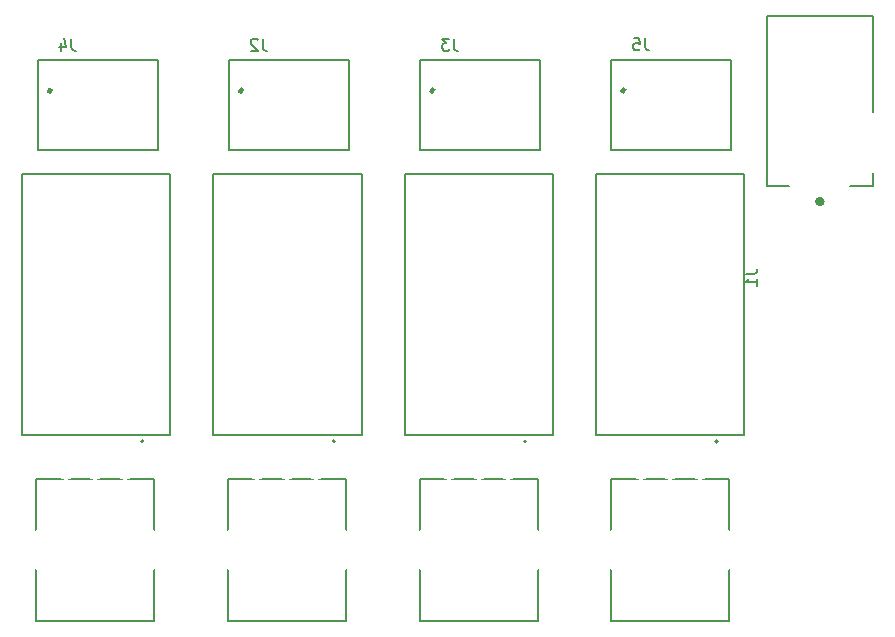
<source format=gbr>
%TF.GenerationSoftware,KiCad,Pcbnew,(5.1.4)-1*%
%TF.CreationDate,2022-10-13T23:08:16+01:00*%
%TF.ProjectId,LED_Quad,4c45445f-5175-4616-942e-6b696361645f,rev?*%
%TF.SameCoordinates,Original*%
%TF.FileFunction,Legend,Bot*%
%TF.FilePolarity,Positive*%
%FSLAX46Y46*%
G04 Gerber Fmt 4.6, Leading zero omitted, Abs format (unit mm)*
G04 Created by KiCad (PCBNEW (5.1.4)-1) date 2022-10-13 23:08:16*
%MOMM*%
%LPD*%
G04 APERTURE LIST*
%ADD10C,0.127000*%
%ADD11C,0.400000*%
%ADD12C,0.200000*%
%ADD13C,0.150000*%
%ADD14C,3.500000*%
%ADD15C,2.000000*%
%ADD16R,3.500000X3.500000*%
%ADD17O,3.000000X5.000000*%
%ADD18O,5.000000X3.000000*%
%ADD19C,2.500000*%
%ADD20R,2.000000X2.000000*%
G04 APERTURE END LIST*
D10*
X71835000Y-71064400D02*
X71835000Y-59064400D01*
X81835000Y-71064400D02*
X71835000Y-71064400D01*
X81835000Y-59064400D02*
X81835000Y-71064400D01*
X71835000Y-59064400D02*
X81835000Y-59064400D01*
D11*
X121687760Y-26165960D02*
G75*
G03X121687760Y-26165960I-100000J0D01*
G01*
D12*
X120507760Y-23555960D02*
X120507760Y-31175960D01*
X130667760Y-23555960D02*
X120507760Y-23555960D01*
X130667760Y-31175960D02*
X130667760Y-23555960D01*
X120507760Y-31175960D02*
X130667760Y-31175960D01*
D11*
X105501186Y-26191360D02*
G75*
G03X105501186Y-26191360I-100000J0D01*
G01*
D12*
X104321186Y-23581360D02*
X104321186Y-31201360D01*
X114481186Y-23581360D02*
X104321186Y-23581360D01*
X114481186Y-31201360D02*
X114481186Y-23581360D01*
X104321186Y-31201360D02*
X114481186Y-31201360D01*
D11*
X89314613Y-26191360D02*
G75*
G03X89314613Y-26191360I-100000J0D01*
G01*
D12*
X88134613Y-23581360D02*
X88134613Y-31201360D01*
X98294613Y-23581360D02*
X88134613Y-23581360D01*
X98294613Y-31201360D02*
X98294613Y-23581360D01*
X88134613Y-31201360D02*
X98294613Y-31201360D01*
D11*
X73128040Y-26191360D02*
G75*
G03X73128040Y-26191360I-100000J0D01*
G01*
D12*
X71948040Y-23581360D02*
X71948040Y-31201360D01*
X82108040Y-23581360D02*
X71948040Y-23581360D01*
X82108040Y-31201360D02*
X82108040Y-23581360D01*
X71948040Y-31201360D02*
X82108040Y-31201360D01*
D11*
X138391240Y-35538160D02*
G75*
G03X138391240Y-35538160I-200000J0D01*
G01*
D10*
X140741240Y-34238160D02*
X142691240Y-34238160D01*
X142691240Y-27988160D02*
X142691240Y-19838160D01*
X133691240Y-34238160D02*
X135541240Y-34238160D01*
X142691240Y-34238160D02*
X142691240Y-33088160D01*
X133691240Y-19838160D02*
X133691240Y-34238160D01*
X142691240Y-19838160D02*
X133691240Y-19838160D01*
D12*
X129531880Y-55851880D02*
G75*
G03X129531880Y-55851880I-100000J0D01*
G01*
D10*
X119256880Y-55301880D02*
X131806880Y-55301880D01*
X119256880Y-33201880D02*
X119256880Y-55301880D01*
X131806880Y-33201880D02*
X119256880Y-33201880D01*
X131806880Y-55301880D02*
X131806880Y-33201880D01*
D12*
X113326680Y-55851880D02*
G75*
G03X113326680Y-55851880I-100000J0D01*
G01*
D10*
X103051680Y-55301880D02*
X115601680Y-55301880D01*
X103051680Y-33201880D02*
X103051680Y-55301880D01*
X115601680Y-33201880D02*
X103051680Y-33201880D01*
X115601680Y-55301880D02*
X115601680Y-33201880D01*
D12*
X97121480Y-55851880D02*
G75*
G03X97121480Y-55851880I-100000J0D01*
G01*
D10*
X86846480Y-55301880D02*
X99396480Y-55301880D01*
X86846480Y-33201880D02*
X86846480Y-55301880D01*
X99396480Y-33201880D02*
X86846480Y-33201880D01*
X99396480Y-55301880D02*
X99396480Y-33201880D01*
D12*
X80916280Y-55851880D02*
G75*
G03X80916280Y-55851880I-100000J0D01*
G01*
D10*
X70641280Y-55301880D02*
X83191280Y-55301880D01*
X70641280Y-33201880D02*
X70641280Y-55301880D01*
X83191280Y-33201880D02*
X70641280Y-33201880D01*
X83191280Y-55301880D02*
X83191280Y-33201880D01*
X104299586Y-71064400D02*
X104299586Y-59064400D01*
X114299586Y-71064400D02*
X104299586Y-71064400D01*
X114299586Y-59064400D02*
X114299586Y-71064400D01*
X104299586Y-59064400D02*
X114299586Y-59064400D01*
X88067293Y-71064400D02*
X88067293Y-59064400D01*
X98067293Y-71064400D02*
X88067293Y-71064400D01*
X98067293Y-59064400D02*
X98067293Y-71064400D01*
X88067293Y-59064400D02*
X98067293Y-59064400D01*
X120531880Y-71064400D02*
X120531880Y-59064400D01*
X130531880Y-71064400D02*
X120531880Y-71064400D01*
X130531880Y-59064400D02*
X130531880Y-71064400D01*
X120531880Y-59064400D02*
X130531880Y-59064400D01*
D13*
X123381093Y-21738340D02*
X123381093Y-22452626D01*
X123428712Y-22595483D01*
X123523950Y-22690721D01*
X123666807Y-22738340D01*
X123762045Y-22738340D01*
X122428712Y-21738340D02*
X122904902Y-21738340D01*
X122952521Y-22214531D01*
X122904902Y-22166912D01*
X122809664Y-22119293D01*
X122571569Y-22119293D01*
X122476331Y-22166912D01*
X122428712Y-22214531D01*
X122381093Y-22309769D01*
X122381093Y-22547864D01*
X122428712Y-22643102D01*
X122476331Y-22690721D01*
X122571569Y-22738340D01*
X122809664Y-22738340D01*
X122904902Y-22690721D01*
X122952521Y-22643102D01*
X107194519Y-21763740D02*
X107194519Y-22478026D01*
X107242138Y-22620883D01*
X107337376Y-22716121D01*
X107480233Y-22763740D01*
X107575471Y-22763740D01*
X106813566Y-21763740D02*
X106194519Y-21763740D01*
X106527852Y-22144693D01*
X106384995Y-22144693D01*
X106289757Y-22192312D01*
X106242138Y-22239931D01*
X106194519Y-22335169D01*
X106194519Y-22573264D01*
X106242138Y-22668502D01*
X106289757Y-22716121D01*
X106384995Y-22763740D01*
X106670709Y-22763740D01*
X106765947Y-22716121D01*
X106813566Y-22668502D01*
X91007946Y-21763740D02*
X91007946Y-22478026D01*
X91055565Y-22620883D01*
X91150803Y-22716121D01*
X91293660Y-22763740D01*
X91388898Y-22763740D01*
X90579374Y-21858979D02*
X90531755Y-21811360D01*
X90436517Y-21763740D01*
X90198422Y-21763740D01*
X90103184Y-21811360D01*
X90055565Y-21858979D01*
X90007946Y-21954217D01*
X90007946Y-22049455D01*
X90055565Y-22192312D01*
X90626993Y-22763740D01*
X90007946Y-22763740D01*
X74821373Y-21763740D02*
X74821373Y-22478026D01*
X74868992Y-22620883D01*
X74964230Y-22716121D01*
X75107087Y-22763740D01*
X75202325Y-22763740D01*
X73916611Y-22097074D02*
X73916611Y-22763740D01*
X74154706Y-21716121D02*
X74392801Y-22430407D01*
X73773754Y-22430407D01*
X131893620Y-41654826D02*
X132607906Y-41654826D01*
X132750763Y-41607207D01*
X132846001Y-41511969D01*
X132893620Y-41369112D01*
X132893620Y-41273874D01*
X132893620Y-42654826D02*
X132893620Y-42083398D01*
X132893620Y-42369112D02*
X131893620Y-42369112D01*
X132036478Y-42273874D01*
X132131716Y-42178636D01*
X132179335Y-42083398D01*
%LPC*%
D14*
X81235000Y-65064400D03*
X72435000Y-65064400D03*
D15*
X79335000Y-58064400D03*
X76835000Y-58064400D03*
X74335000Y-58064400D03*
D14*
X123047760Y-27365960D03*
D16*
X128127760Y-27365960D03*
D14*
X106861186Y-27391360D03*
D16*
X111941186Y-27391360D03*
D14*
X90674613Y-27391360D03*
D16*
X95754613Y-27391360D03*
D14*
X74488040Y-27391360D03*
D16*
X79568040Y-27391360D03*
D17*
X142891240Y-30538160D03*
D18*
X138191240Y-27538160D03*
X138191240Y-33538160D03*
D19*
X121726880Y-35501880D03*
D15*
X121726880Y-53281880D03*
X124266880Y-53281880D03*
X126806880Y-53281880D03*
D20*
X129346880Y-53281880D03*
D19*
X129346880Y-35501880D03*
X105521680Y-35501880D03*
D15*
X105521680Y-53281880D03*
X108061680Y-53281880D03*
X110601680Y-53281880D03*
D20*
X113141680Y-53281880D03*
D19*
X113141680Y-35501880D03*
X89316480Y-35501880D03*
D15*
X89316480Y-53281880D03*
X91856480Y-53281880D03*
X94396480Y-53281880D03*
D20*
X96936480Y-53281880D03*
D19*
X96936480Y-35501880D03*
X73111280Y-35501880D03*
D15*
X73111280Y-53281880D03*
X75651280Y-53281880D03*
X78191280Y-53281880D03*
D20*
X80731280Y-53281880D03*
D19*
X80731280Y-35501880D03*
D14*
X113699586Y-65064400D03*
X104899586Y-65064400D03*
D15*
X111799586Y-58064400D03*
X109299586Y-58064400D03*
X106799586Y-58064400D03*
D14*
X97467293Y-65064400D03*
X88667293Y-65064400D03*
D15*
X95567293Y-58064400D03*
X93067293Y-58064400D03*
X90567293Y-58064400D03*
D14*
X129931880Y-65064400D03*
X121131880Y-65064400D03*
D15*
X128031880Y-58064400D03*
X125531880Y-58064400D03*
X123031880Y-58064400D03*
M02*

</source>
